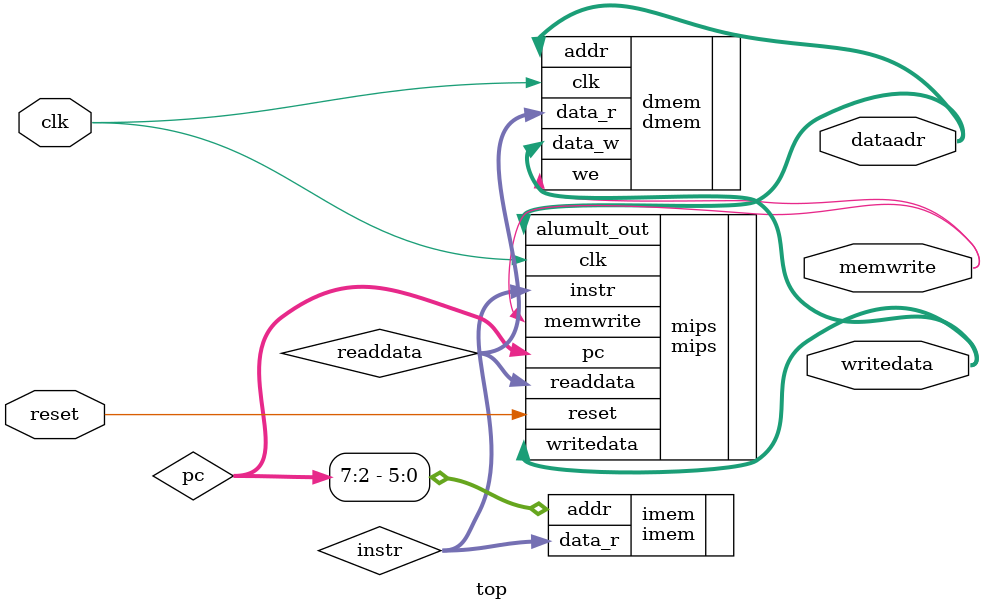
<source format=v>

module top(input         clk, reset, 
           output [31:0] writedata, dataadr, 
           output        memwrite);

  wire [31:0] pc, instr, readdata;
  
  // instantiate processor and memories
  mips mips(.clk(clk), 
            .reset(reset),
				.pc(pc),
				.instr(instr),
				.memwrite(memwrite),
            .alumult_out(dataadr),
				.writedata(writedata),
				.readdata(readdata));
  imem imem(.addr(pc[7:2]),
            .data_r(instr));
  dmem dmem(.clk(clk),
            .we(memwrite),
 				.addr(dataadr),
				.data_w(writedata),
				.data_r(readdata));

endmodule

</source>
